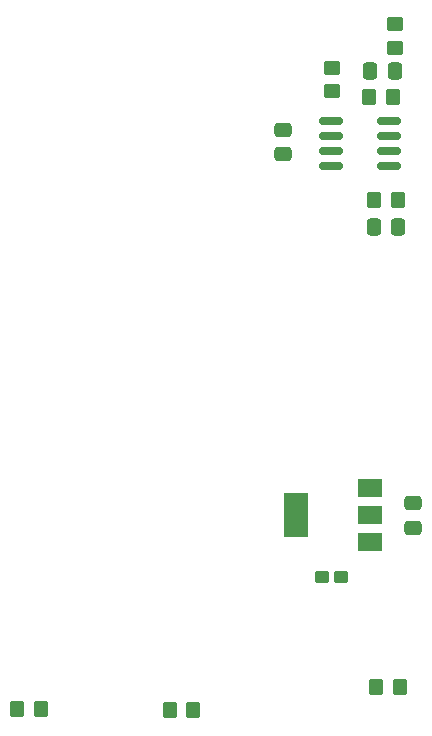
<source format=gbr>
%TF.GenerationSoftware,KiCad,Pcbnew,(6.0.6-0)*%
%TF.CreationDate,2022-07-18T23:44:10+05:30*%
%TF.ProjectId,GPS_INS_PCB,4750535f-494e-4535-9f50-43422e6b6963,rev?*%
%TF.SameCoordinates,Original*%
%TF.FileFunction,Paste,Top*%
%TF.FilePolarity,Positive*%
%FSLAX46Y46*%
G04 Gerber Fmt 4.6, Leading zero omitted, Abs format (unit mm)*
G04 Created by KiCad (PCBNEW (6.0.6-0)) date 2022-07-18 23:44:10*
%MOMM*%
%LPD*%
G01*
G04 APERTURE LIST*
G04 Aperture macros list*
%AMRoundRect*
0 Rectangle with rounded corners*
0 $1 Rounding radius*
0 $2 $3 $4 $5 $6 $7 $8 $9 X,Y pos of 4 corners*
0 Add a 4 corners polygon primitive as box body*
4,1,4,$2,$3,$4,$5,$6,$7,$8,$9,$2,$3,0*
0 Add four circle primitives for the rounded corners*
1,1,$1+$1,$2,$3*
1,1,$1+$1,$4,$5*
1,1,$1+$1,$6,$7*
1,1,$1+$1,$8,$9*
0 Add four rect primitives between the rounded corners*
20,1,$1+$1,$2,$3,$4,$5,0*
20,1,$1+$1,$4,$5,$6,$7,0*
20,1,$1+$1,$6,$7,$8,$9,0*
20,1,$1+$1,$8,$9,$2,$3,0*%
G04 Aperture macros list end*
%ADD10RoundRect,0.150000X-0.825000X-0.150000X0.825000X-0.150000X0.825000X0.150000X-0.825000X0.150000X0*%
%ADD11RoundRect,0.250000X-0.350000X-0.450000X0.350000X-0.450000X0.350000X0.450000X-0.350000X0.450000X0*%
%ADD12RoundRect,0.250000X0.450000X-0.350000X0.450000X0.350000X-0.450000X0.350000X-0.450000X-0.350000X0*%
%ADD13RoundRect,0.250000X0.350000X0.450000X-0.350000X0.450000X-0.350000X-0.450000X0.350000X-0.450000X0*%
%ADD14RoundRect,0.250000X0.337500X0.475000X-0.337500X0.475000X-0.337500X-0.475000X0.337500X-0.475000X0*%
%ADD15RoundRect,0.250000X-0.337500X-0.475000X0.337500X-0.475000X0.337500X0.475000X-0.337500X0.475000X0*%
%ADD16RoundRect,0.250000X0.475000X-0.337500X0.475000X0.337500X-0.475000X0.337500X-0.475000X-0.337500X0*%
%ADD17RoundRect,0.250000X-0.375000X-0.275000X0.375000X-0.275000X0.375000X0.275000X-0.375000X0.275000X0*%
%ADD18RoundRect,0.250000X-0.475000X0.337500X-0.475000X-0.337500X0.475000X-0.337500X0.475000X0.337500X0*%
%ADD19R,2.000000X1.500000*%
%ADD20R,2.000000X3.800000*%
G04 APERTURE END LIST*
D10*
%TO.C,U3*%
X167075000Y-57295000D03*
X167075000Y-58565000D03*
X167075000Y-59835000D03*
X167075000Y-61105000D03*
X162125000Y-61105000D03*
X162125000Y-59835000D03*
X162125000Y-58565000D03*
X162125000Y-57295000D03*
%TD*%
D11*
%TO.C,R7*%
X135600000Y-107100000D03*
X137600000Y-107100000D03*
%TD*%
%TO.C,R6*%
X148500000Y-107200000D03*
X150500000Y-107200000D03*
%TD*%
D12*
%TO.C,R5*%
X162200000Y-54800000D03*
X162200000Y-52800000D03*
%TD*%
D11*
%TO.C,R4*%
X165400000Y-55300000D03*
X167400000Y-55300000D03*
%TD*%
D13*
%TO.C,R3*%
X167800000Y-64000000D03*
X165800000Y-64000000D03*
%TD*%
D12*
%TO.C,R2*%
X167600000Y-51100000D03*
X167600000Y-49100000D03*
%TD*%
D14*
%TO.C,C5*%
X167537500Y-53100000D03*
X165462500Y-53100000D03*
%TD*%
D15*
%TO.C,C4*%
X165762500Y-66300000D03*
X167837500Y-66300000D03*
%TD*%
D16*
%TO.C,C3*%
X158100000Y-60137500D03*
X158100000Y-58062500D03*
%TD*%
D17*
%TO.C,C2*%
X161400000Y-95900000D03*
X163000000Y-95900000D03*
%TD*%
D18*
%TO.C,C1*%
X169100000Y-91737500D03*
X169100000Y-89662500D03*
%TD*%
D19*
%TO.C,U1*%
X165450000Y-93000000D03*
D20*
X159150000Y-90700000D03*
D19*
X165450000Y-90700000D03*
X165450000Y-88400000D03*
%TD*%
D13*
%TO.C,R1*%
X168000000Y-105200000D03*
X166000000Y-105200000D03*
%TD*%
M02*

</source>
